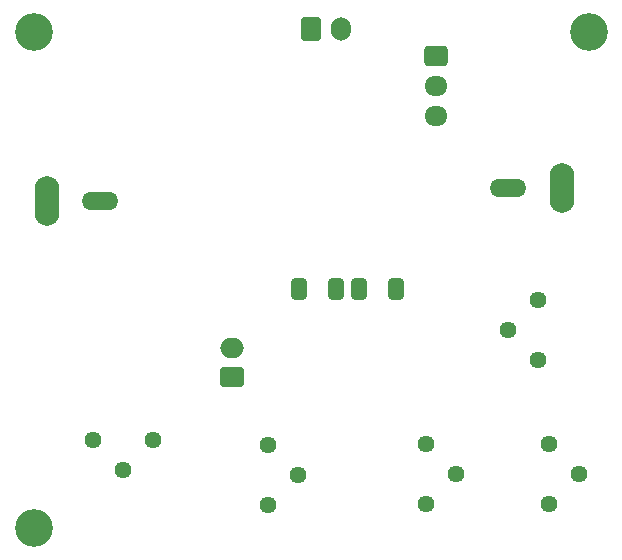
<source format=gbr>
%TF.GenerationSoftware,KiCad,Pcbnew,7.0.1*%
%TF.CreationDate,2023-05-10T23:07:01-04:00*%
%TF.ProjectId,reverb-driver,72657665-7262-42d6-9472-697665722e6b,rev?*%
%TF.SameCoordinates,Original*%
%TF.FileFunction,Soldermask,Bot*%
%TF.FilePolarity,Negative*%
%FSLAX46Y46*%
G04 Gerber Fmt 4.6, Leading zero omitted, Abs format (unit mm)*
G04 Created by KiCad (PCBNEW 7.0.1) date 2023-05-10 23:07:01*
%MOMM*%
%LPD*%
G01*
G04 APERTURE LIST*
G04 Aperture macros list*
%AMRoundRect*
0 Rectangle with rounded corners*
0 $1 Rounding radius*
0 $2 $3 $4 $5 $6 $7 $8 $9 X,Y pos of 4 corners*
0 Add a 4 corners polygon primitive as box body*
4,1,4,$2,$3,$4,$5,$6,$7,$8,$9,$2,$3,0*
0 Add four circle primitives for the rounded corners*
1,1,$1+$1,$2,$3*
1,1,$1+$1,$4,$5*
1,1,$1+$1,$6,$7*
1,1,$1+$1,$8,$9*
0 Add four rect primitives between the rounded corners*
20,1,$1+$1,$2,$3,$4,$5,0*
20,1,$1+$1,$4,$5,$6,$7,0*
20,1,$1+$1,$6,$7,$8,$9,0*
20,1,$1+$1,$8,$9,$2,$3,0*%
G04 Aperture macros list end*
%ADD10O,2.100000X4.200000*%
%ADD11O,3.100000X1.550000*%
%ADD12RoundRect,0.250000X-0.600000X-0.750000X0.600000X-0.750000X0.600000X0.750000X-0.600000X0.750000X0*%
%ADD13O,1.700000X2.000000*%
%ADD14RoundRect,0.250000X0.750000X-0.600000X0.750000X0.600000X-0.750000X0.600000X-0.750000X-0.600000X0*%
%ADD15O,2.000000X1.700000*%
%ADD16C,1.440000*%
%ADD17C,3.200000*%
%ADD18RoundRect,0.250000X-0.725000X0.600000X-0.725000X-0.600000X0.725000X-0.600000X0.725000X0.600000X0*%
%ADD19O,1.950000X1.700000*%
%ADD20RoundRect,0.250000X-0.412500X-0.650000X0.412500X-0.650000X0.412500X0.650000X-0.412500X0.650000X0*%
G04 APERTURE END LIST*
D10*
%TO.C,J2*%
X88687500Y-56200000D03*
D11*
X84187500Y-56200000D03*
%TD*%
D12*
%TO.C,J5*%
X67475000Y-42800000D03*
D13*
X69975000Y-42800000D03*
%TD*%
D10*
%TO.C,J1*%
X45100000Y-57300000D03*
D11*
X49600000Y-57300000D03*
%TD*%
D14*
%TO.C,J4*%
X60800000Y-72250000D03*
D15*
X60800000Y-69750000D03*
%TD*%
D16*
%TO.C,RV5*%
X49020000Y-77600000D03*
X51560000Y-80140000D03*
X54100000Y-77600000D03*
%TD*%
%TO.C,RV3*%
X77200000Y-83000000D03*
X79740000Y-80460000D03*
X77200000Y-77920000D03*
%TD*%
D17*
%TO.C,H2*%
X91000000Y-43000000D03*
%TD*%
%TO.C,H3*%
X44000000Y-85000000D03*
%TD*%
%TO.C,H1*%
X44000000Y-43000000D03*
%TD*%
D18*
%TO.C,J3*%
X78100000Y-45100000D03*
D19*
X78100000Y-47600000D03*
X78100000Y-50100000D03*
%TD*%
D16*
%TO.C,RV2*%
X63800000Y-83100000D03*
X66340000Y-80560000D03*
X63800000Y-78020000D03*
%TD*%
%TO.C,RV1*%
X86700000Y-65720000D03*
X84160000Y-68260000D03*
X86700000Y-70800000D03*
%TD*%
%TO.C,RV4*%
X87600000Y-83000000D03*
X90140000Y-80460000D03*
X87600000Y-77920000D03*
%TD*%
D20*
%TO.C,C13*%
X71537500Y-64800000D03*
X74662500Y-64800000D03*
%TD*%
%TO.C,C12*%
X66475000Y-64800000D03*
X69600000Y-64800000D03*
%TD*%
M02*

</source>
